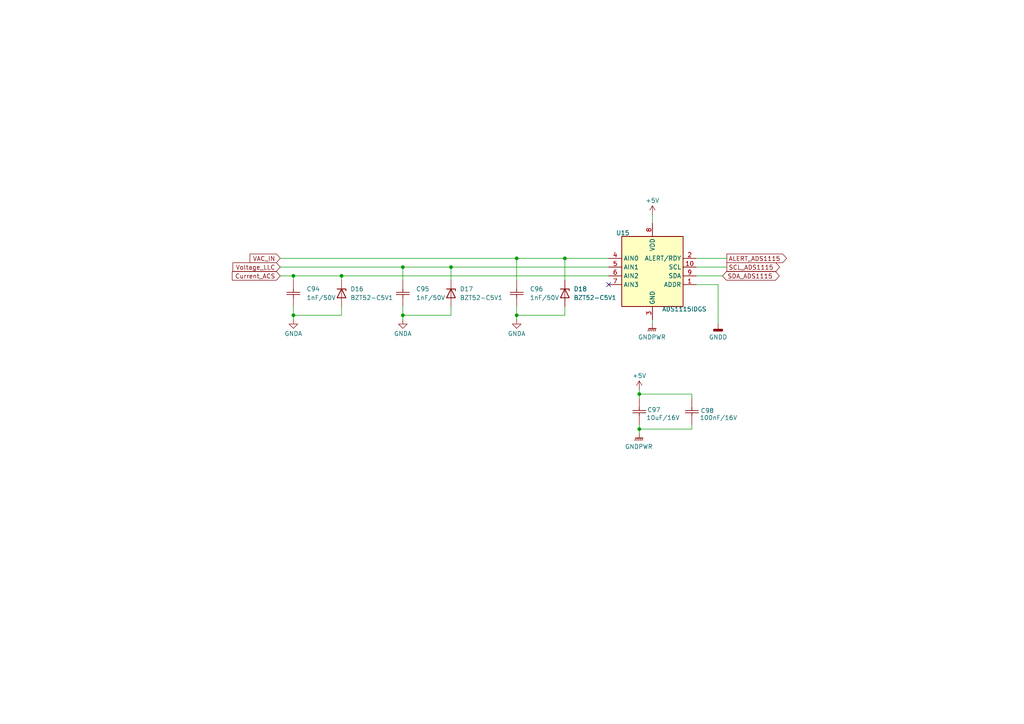
<source format=kicad_sch>
(kicad_sch
	(version 20250114)
	(generator "eeschema")
	(generator_version "9.0")
	(uuid "2d5e0a70-da25-4e77-b0d0-8468dbd10da9")
	(paper "A4")
	(title_block
		(title "ADC EXTERNAL")
		(date "2024-11-06")
		(rev "Ver 2.0")
		(company "Ho Chi Minh City University of Technology - HCMUT")
		(comment 1 "Design: QUOC THANG - DONG KHOA")
		(comment 2 "PROJECT 2: PFC & LLC - 350W")
	)
	(lib_symbols
		(symbol "Ceramic_Cap_SMD_100nF_16V_1"
			(pin_numbers
				(hide yes)
			)
			(pin_names
				(hide yes)
			)
			(exclude_from_sim no)
			(in_bom yes)
			(on_board yes)
			(property "Reference" "C"
				(at 1.016 2.794 0)
				(effects
					(font
						(size 1.27 1.27)
					)
				)
			)
			(property "Value" "100nF/16V"
				(at 0.254 5.334 0)
				(effects
					(font
						(size 1.27 1.27)
					)
				)
			)
			(property "Footprint" "charge_battery_footprint_lib:Ceramic_Cap_0603"
				(at -0.254 5.08 0)
				(effects
					(font
						(size 1.27 1.27)
					)
					(hide yes)
				)
			)
			(property "Datasheet" "https://www.mouser.vn/datasheet/2/40/KYOCERA_AutoMLCCKAM-3106308.pdf"
				(at 0.254 5.08 0)
				(effects
					(font
						(size 1.27 1.27)
					)
					(hide yes)
				)
			)
			(property "Description" "10%, 0603 (1608 Metric)"
				(at 1.016 5.588 0)
				(effects
					(font
						(size 1.27 1.27)
					)
					(hide yes)
				)
			)
			(property "Supply name" "Thegioiic"
				(at 1.27 5.08 0)
				(effects
					(font
						(size 1.27 1.27)
					)
					(hide yes)
				)
			)
			(property "Supply part number" "Tụ Gốm 0603 100nF (0.1uF) 16V"
				(at 1.27 5.588 0)
				(effects
					(font
						(size 1.27 1.27)
					)
					(hide yes)
				)
			)
			(property "Supply URL" "https://www.thegioiic.com/tu-gom-0603-100nf-0-1uf-16v"
				(at 0 5.08 0)
				(effects
					(font
						(size 1.27 1.27)
					)
					(hide yes)
				)
			)
			(symbol "Ceramic_Cap_SMD_100nF_16V_1_1_1"
				(polyline
					(pts
						(xy 1.27 0) (xy 2.2098 0)
					)
					(stroke
						(width 0.2032)
						(type default)
					)
					(fill
						(type none)
					)
				)
				(polyline
					(pts
						(xy 2.2098 -1.905) (xy 2.2098 1.905)
					)
					(stroke
						(width 0.2032)
						(type default)
					)
					(fill
						(type none)
					)
				)
				(polyline
					(pts
						(xy 2.8448 0) (xy 3.81 0)
					)
					(stroke
						(width 0.2032)
						(type default)
					)
					(fill
						(type none)
					)
				)
				(polyline
					(pts
						(xy 2.8448 -1.905) (xy 2.8448 1.905)
					)
					(stroke
						(width 0.2032)
						(type default)
					)
					(fill
						(type none)
					)
				)
				(pin unspecified line
					(at -1.27 0 0)
					(length 2.54)
					(name ""
						(effects
							(font
								(size 1.27 1.27)
							)
						)
					)
					(number "1"
						(effects
							(font
								(size 1.27 1.27)
							)
						)
					)
				)
				(pin unspecified line
					(at 6.35 0 180)
					(length 2.54)
					(name ""
						(effects
							(font
								(size 1.27 1.27)
							)
						)
					)
					(number "2"
						(effects
							(font
								(size 1.27 1.27)
							)
						)
					)
				)
			)
			(embedded_fonts no)
		)
		(symbol "charge_battery_sym_lib:ADS1115IDGS"
			(exclude_from_sim no)
			(in_bom yes)
			(on_board yes)
			(property "Reference" "U"
				(at 0.762 21.336 0)
				(effects
					(font
						(size 1.27 1.27)
					)
				)
			)
			(property "Value" "ADS1115IDGS"
				(at 17.018 -1.524 0)
				(effects
					(font
						(size 1.27 1.27)
					)
				)
			)
			(property "Footprint" "charge_battery_footprint_lib:VSSOP-10"
				(at -1.27 -22.86 0)
				(effects
					(font
						(size 1.27 1.27)
					)
					(hide yes)
				)
			)
			(property "Datasheet" "http://www.ti.com/lit/ds/symlink/ads1113.pdf"
				(at -1.27 -22.86 0)
				(effects
					(font
						(size 1.27 1.27)
					)
					(hide yes)
				)
			)
			(property "Description" "Ultra-Small, Low-Power, I2C-Compatible, 860-SPS, 16-Bit ADCs With Internal Reference, Oscillator, and Programmable Comparator, VSSOP-10"
				(at 0 -22.86 0)
				(effects
					(font
						(size 1.27 1.27)
					)
					(hide yes)
				)
			)
			(property "Supply name" "Thegioiic"
				(at 0 -22.86 0)
				(effects
					(font
						(size 1.27 1.27)
					)
					(hide yes)
				)
			)
			(property "Supply part number" "ADS1115IDGSR IC ADC 16-Bit Sigma-Delta 10-VSSOP"
				(at 0 -22.86 0)
				(effects
					(font
						(size 1.27 1.27)
					)
					(hide yes)
				)
			)
			(property "Supply URL" "https://www.thegioiic.com/ads1115idgsr-ic-adc-16-bit-sigma-delta-10-vssop"
				(at 0 -22.86 0)
				(effects
					(font
						(size 1.27 1.27)
					)
					(hide yes)
				)
			)
			(property "ki_keywords" "16 bit 4 channel I2C ADC"
				(at 0 0 0)
				(effects
					(font
						(size 1.27 1.27)
					)
					(hide yes)
				)
			)
			(property "ki_fp_filters" "TSSOP*3x3mm*P0.5mm*"
				(at 0 0 0)
				(effects
					(font
						(size 1.27 1.27)
					)
					(hide yes)
				)
			)
			(symbol "ADS1115IDGS_0_1"
				(rectangle
					(start 0 20.32)
					(end 17.78 0)
					(stroke
						(width 0.254)
						(type default)
					)
					(fill
						(type background)
					)
				)
			)
			(symbol "ADS1115IDGS_1_1"
				(pin input line
					(at -3.81 13.97 0)
					(length 3.81)
					(name "AIN0"
						(effects
							(font
								(size 1.27 1.27)
							)
						)
					)
					(number "4"
						(effects
							(font
								(size 1.27 1.27)
							)
						)
					)
				)
				(pin input line
					(at -3.81 11.43 0)
					(length 3.81)
					(name "AIN1"
						(effects
							(font
								(size 1.27 1.27)
							)
						)
					)
					(number "5"
						(effects
							(font
								(size 1.27 1.27)
							)
						)
					)
				)
				(pin input line
					(at -3.81 8.89 0)
					(length 3.81)
					(name "AIN2"
						(effects
							(font
								(size 1.27 1.27)
							)
						)
					)
					(number "6"
						(effects
							(font
								(size 1.27 1.27)
							)
						)
					)
				)
				(pin input line
					(at -3.81 6.35 0)
					(length 3.81)
					(name "AIN3"
						(effects
							(font
								(size 1.27 1.27)
							)
						)
					)
					(number "7"
						(effects
							(font
								(size 1.27 1.27)
							)
						)
					)
				)
				(pin power_in line
					(at 8.89 24.13 270)
					(length 3.81)
					(name "VDD"
						(effects
							(font
								(size 1.27 1.27)
							)
						)
					)
					(number "8"
						(effects
							(font
								(size 1.27 1.27)
							)
						)
					)
				)
				(pin power_in line
					(at 8.89 -3.81 90)
					(length 3.81)
					(name "GND"
						(effects
							(font
								(size 1.27 1.27)
							)
						)
					)
					(number "3"
						(effects
							(font
								(size 1.27 1.27)
							)
						)
					)
				)
				(pin output line
					(at 21.59 13.97 180)
					(length 3.81)
					(name "ALERT/RDY"
						(effects
							(font
								(size 1.27 1.27)
							)
						)
					)
					(number "2"
						(effects
							(font
								(size 1.27 1.27)
							)
						)
					)
				)
				(pin input line
					(at 21.59 11.43 180)
					(length 3.81)
					(name "SCL"
						(effects
							(font
								(size 1.27 1.27)
							)
						)
					)
					(number "10"
						(effects
							(font
								(size 1.27 1.27)
							)
						)
					)
				)
				(pin bidirectional line
					(at 21.59 8.89 180)
					(length 3.81)
					(name "SDA"
						(effects
							(font
								(size 1.27 1.27)
							)
						)
					)
					(number "9"
						(effects
							(font
								(size 1.27 1.27)
							)
						)
					)
				)
				(pin input line
					(at 21.59 6.35 180)
					(length 3.81)
					(name "ADDR"
						(effects
							(font
								(size 1.27 1.27)
							)
						)
					)
					(number "1"
						(effects
							(font
								(size 1.27 1.27)
							)
						)
					)
				)
			)
			(embedded_fonts no)
		)
		(symbol "charge_battery_sym_lib:BZT52-C5V1"
			(pin_numbers
				(hide yes)
			)
			(pin_names
				(hide yes)
			)
			(exclude_from_sim no)
			(in_bom yes)
			(on_board yes)
			(property "Reference" "D"
				(at 3.556 2.794 0)
				(effects
					(font
						(size 1.27 1.27)
					)
				)
			)
			(property "Value" "BZT52-C5V1"
				(at 3.81 -2.54 0)
				(effects
					(font
						(size 1.27 1.27)
					)
				)
			)
			(property "Footprint" "charge_battery_footprint_lib:Diode_Zener_BZT52H"
				(at -0.762 6.35 0)
				(effects
					(font
						(size 1.27 1.27)
					)
					(hide yes)
				)
			)
			(property "Datasheet" "https://www.thegioiic.com/upload/documents/bd01e81ba54c77ab315e0ded4820e422.pdf"
				(at 4.826 6.858 0)
				(effects
					(font
						(size 1.27 1.27)
					)
					(hide yes)
				)
			)
			(property "Description" "3.3V 375mW Zener Diode, SOD-123F"
				(at 0 7.112 0)
				(effects
					(font
						(size 1.27 1.27)
					)
					(hide yes)
				)
			)
			(property "Supply name" "Thegioiic"
				(at -5.08 6.604 0)
				(effects
					(font
						(size 1.27 1.27)
					)
					(hide yes)
				)
			)
			(property "Supply part number" "DIODE ZENER 5.1V 500mW SOD123"
				(at -0.508 6.858 0)
				(effects
					(font
						(size 1.27 1.27)
					)
					(hide yes)
				)
			)
			(property "Supply URL" "https://www.thegioiic.com/bzt52c5v1-diode-zener-5-1v-500mw"
				(at 1.27 6.604 0)
				(effects
					(font
						(size 1.27 1.27)
					)
					(hide yes)
				)
			)
			(property "ki_keywords" "BZT52-C5V1"
				(at 0 0 0)
				(effects
					(font
						(size 1.27 1.27)
					)
					(hide yes)
				)
			)
			(property "ki_fp_filters" "D?SOD?123F*"
				(at 0 0 0)
				(effects
					(font
						(size 1.27 1.27)
					)
					(hide yes)
				)
			)
			(symbol "BZT52-C5V1_0_1"
				(polyline
					(pts
						(xy 2.54 1.27) (xy 2.54 -1.27) (xy 5.08 0) (xy 2.54 1.27)
					)
					(stroke
						(width 0.254)
						(type default)
					)
					(fill
						(type none)
					)
				)
				(polyline
					(pts
						(xy 2.54 0) (xy 5.08 0)
					)
					(stroke
						(width 0)
						(type default)
					)
					(fill
						(type none)
					)
				)
				(polyline
					(pts
						(xy 5.08 1.27) (xy 5.08 -1.27) (xy 4.572 -1.27)
					)
					(stroke
						(width 0.254)
						(type default)
					)
					(fill
						(type none)
					)
				)
			)
			(symbol "BZT52-C5V1_1_1"
				(pin passive line
					(at 0 0 0)
					(length 2.54)
					(name "A"
						(effects
							(font
								(size 1.27 1.27)
							)
						)
					)
					(number "2"
						(effects
							(font
								(size 1.27 1.27)
							)
						)
					)
				)
				(pin passive line
					(at 7.62 0 180)
					(length 2.54)
					(name "K"
						(effects
							(font
								(size 1.27 1.27)
							)
						)
					)
					(number "1"
						(effects
							(font
								(size 1.27 1.27)
							)
						)
					)
				)
			)
			(embedded_fonts no)
		)
		(symbol "charge_battery_sym_lib:Ceramic_Cap_SMD_10uF_16V"
			(pin_numbers
				(hide yes)
			)
			(pin_names
				(hide yes)
			)
			(exclude_from_sim no)
			(in_bom yes)
			(on_board yes)
			(property "Reference" "C"
				(at 2.286 2.794 0)
				(effects
					(font
						(size 1.27 1.27)
					)
				)
			)
			(property "Value" "10uF/16V"
				(at 0.254 5.334 0)
				(effects
					(font
						(size 1.27 1.27)
					)
				)
			)
			(property "Footprint" "charge_battery_footprint_lib:Ceramic_Cap_0603"
				(at -0.254 5.08 0)
				(effects
					(font
						(size 1.27 1.27)
					)
					(hide yes)
				)
			)
			(property "Datasheet" "https://www.mouser.vn/datasheet/2/40/KYOCERA_AutoMLCCKAM-3106308.pdf"
				(at 0.254 5.08 0)
				(effects
					(font
						(size 1.27 1.27)
					)
					(hide yes)
				)
			)
			(property "Description" "10%, 0603 (1608 Metric)"
				(at 1.016 5.588 0)
				(effects
					(font
						(size 1.27 1.27)
					)
					(hide yes)
				)
			)
			(property "Supply name" "Thegioiic"
				(at 1.27 5.08 0)
				(effects
					(font
						(size 1.27 1.27)
					)
					(hide yes)
				)
			)
			(property "Supply part number" "Tụ Gốm 0603 10uF 16V"
				(at 1.27 5.588 0)
				(effects
					(font
						(size 1.27 1.27)
					)
					(hide yes)
				)
			)
			(property "Supply URL" "https://www.thegioiic.com/tu-gom-0603-10uf-16v"
				(at 0 5.08 0)
				(effects
					(font
						(size 1.27 1.27)
					)
					(hide yes)
				)
			)
			(property "ki_keywords" "Ceramic_Cap_SMD_10uF_16V"
				(at 0 0 0)
				(effects
					(font
						(size 1.27 1.27)
					)
					(hide yes)
				)
			)
			(symbol "Ceramic_Cap_SMD_10uF_16V_1_1"
				(polyline
					(pts
						(xy 2.54 0) (xy 3.4798 0)
					)
					(stroke
						(width 0.2032)
						(type default)
					)
					(fill
						(type none)
					)
				)
				(polyline
					(pts
						(xy 3.4798 -1.905) (xy 3.4798 1.905)
					)
					(stroke
						(width 0.2032)
						(type default)
					)
					(fill
						(type none)
					)
				)
				(polyline
					(pts
						(xy 4.1148 0) (xy 5.08 0)
					)
					(stroke
						(width 0.2032)
						(type default)
					)
					(fill
						(type none)
					)
				)
				(polyline
					(pts
						(xy 4.1148 -1.905) (xy 4.1148 1.905)
					)
					(stroke
						(width 0.2032)
						(type default)
					)
					(fill
						(type none)
					)
				)
				(pin unspecified line
					(at 0 0 0)
					(length 2.54)
					(name ""
						(effects
							(font
								(size 1.27 1.27)
							)
						)
					)
					(number "1"
						(effects
							(font
								(size 1.27 1.27)
							)
						)
					)
				)
				(pin unspecified line
					(at 7.62 0 180)
					(length 2.54)
					(name ""
						(effects
							(font
								(size 1.27 1.27)
							)
						)
					)
					(number "2"
						(effects
							(font
								(size 1.27 1.27)
							)
						)
					)
				)
			)
			(embedded_fonts no)
		)
		(symbol "charge_battery_sym_lib:Ceramic_Cap_SMD_1nF_50V"
			(pin_numbers
				(hide yes)
			)
			(pin_names
				(hide yes)
			)
			(exclude_from_sim no)
			(in_bom yes)
			(on_board yes)
			(property "Reference" "C"
				(at 1.016 2.794 0)
				(effects
					(font
						(size 1.27 1.27)
					)
				)
			)
			(property "Value" "1nF/50V"
				(at 0.254 5.334 0)
				(effects
					(font
						(size 1.27 1.27)
					)
				)
			)
			(property "Footprint" "charge_battery_footprint_lib:Ceramic_Cap_0603"
				(at -0.254 5.08 0)
				(effects
					(font
						(size 1.27 1.27)
					)
					(hide yes)
				)
			)
			(property "Datasheet" "https://www.mouser.vn/datasheet/2/40/KYOCERA_AutoMLCCKAM-3106308.pdf"
				(at 0.254 5.08 0)
				(effects
					(font
						(size 1.27 1.27)
					)
					(hide yes)
				)
			)
			(property "Description" "10%, 0603 (1608 Metric)"
				(at 1.016 5.588 0)
				(effects
					(font
						(size 1.27 1.27)
					)
					(hide yes)
				)
			)
			(property "Supply name" "Thegioiic"
				(at 1.27 5.08 0)
				(effects
					(font
						(size 1.27 1.27)
					)
					(hide yes)
				)
			)
			(property "Supply part number" "Tụ Gốm 0603 1nF 50V"
				(at 1.27 5.588 0)
				(effects
					(font
						(size 1.27 1.27)
					)
					(hide yes)
				)
			)
			(property "Supply URL" "https://www.thegioiic.com/tu-gom-0603-1nf-50v"
				(at 0 5.08 0)
				(effects
					(font
						(size 1.27 1.27)
					)
					(hide yes)
				)
			)
			(symbol "Ceramic_Cap_SMD_1nF_50V_1_1"
				(polyline
					(pts
						(xy 1.27 0) (xy 2.2098 0)
					)
					(stroke
						(width 0.2032)
						(type default)
					)
					(fill
						(type none)
					)
				)
				(polyline
					(pts
						(xy 2.2098 -1.905) (xy 2.2098 1.905)
					)
					(stroke
						(width 0.2032)
						(type default)
					)
					(fill
						(type none)
					)
				)
				(polyline
					(pts
						(xy 2.8448 0) (xy 3.81 0)
					)
					(stroke
						(width 0.2032)
						(type default)
					)
					(fill
						(type none)
					)
				)
				(polyline
					(pts
						(xy 2.8448 -1.905) (xy 2.8448 1.905)
					)
					(stroke
						(width 0.2032)
						(type default)
					)
					(fill
						(type none)
					)
				)
				(pin unspecified line
					(at -1.27 0 0)
					(length 2.54)
					(name ""
						(effects
							(font
								(size 1.27 1.27)
							)
						)
					)
					(number "1"
						(effects
							(font
								(size 1.27 1.27)
							)
						)
					)
				)
				(pin unspecified line
					(at 6.35 0 180)
					(length 2.54)
					(name ""
						(effects
							(font
								(size 1.27 1.27)
							)
						)
					)
					(number "2"
						(effects
							(font
								(size 1.27 1.27)
							)
						)
					)
				)
			)
			(embedded_fonts no)
		)
		(symbol "power:+5V"
			(power)
			(pin_numbers
				(hide yes)
			)
			(pin_names
				(offset 0)
				(hide yes)
			)
			(exclude_from_sim no)
			(in_bom yes)
			(on_board yes)
			(property "Reference" "#PWR"
				(at 0 -3.81 0)
				(effects
					(font
						(size 1.27 1.27)
					)
					(hide yes)
				)
			)
			(property "Value" "+5V"
				(at 0 3.556 0)
				(effects
					(font
						(size 1.27 1.27)
					)
				)
			)
			(property "Footprint" ""
				(at 0 0 0)
				(effects
					(font
						(size 1.27 1.27)
					)
					(hide yes)
				)
			)
			(property "Datasheet" ""
				(at 0 0 0)
				(effects
					(font
						(size 1.27 1.27)
					)
					(hide yes)
				)
			)
			(property "Description" "Power symbol creates a global label with name \"+5V\""
				(at 0 0 0)
				(effects
					(font
						(size 1.27 1.27)
					)
					(hide yes)
				)
			)
			(property "ki_keywords" "global power"
				(at 0 0 0)
				(effects
					(font
						(size 1.27 1.27)
					)
					(hide yes)
				)
			)
			(symbol "+5V_0_1"
				(polyline
					(pts
						(xy -0.762 1.27) (xy 0 2.54)
					)
					(stroke
						(width 0)
						(type default)
					)
					(fill
						(type none)
					)
				)
				(polyline
					(pts
						(xy 0 2.54) (xy 0.762 1.27)
					)
					(stroke
						(width 0)
						(type default)
					)
					(fill
						(type none)
					)
				)
				(polyline
					(pts
						(xy 0 0) (xy 0 2.54)
					)
					(stroke
						(width 0)
						(type default)
					)
					(fill
						(type none)
					)
				)
			)
			(symbol "+5V_1_1"
				(pin power_in line
					(at 0 0 90)
					(length 0)
					(name "~"
						(effects
							(font
								(size 1.27 1.27)
							)
						)
					)
					(number "1"
						(effects
							(font
								(size 1.27 1.27)
							)
						)
					)
				)
			)
			(embedded_fonts no)
		)
		(symbol "power:GNDA"
			(power)
			(pin_numbers
				(hide yes)
			)
			(pin_names
				(offset 0)
				(hide yes)
			)
			(exclude_from_sim no)
			(in_bom yes)
			(on_board yes)
			(property "Reference" "#PWR"
				(at 0 -6.35 0)
				(effects
					(font
						(size 1.27 1.27)
					)
					(hide yes)
				)
			)
			(property "Value" "GNDA"
				(at 0 -3.81 0)
				(effects
					(font
						(size 1.27 1.27)
					)
				)
			)
			(property "Footprint" ""
				(at 0 0 0)
				(effects
					(font
						(size 1.27 1.27)
					)
					(hide yes)
				)
			)
			(property "Datasheet" ""
				(at 0 0 0)
				(effects
					(font
						(size 1.27 1.27)
					)
					(hide yes)
				)
			)
			(property "Description" "Power symbol creates a global label with name \"GNDA\" , analog ground"
				(at 0 0 0)
				(effects
					(font
						(size 1.27 1.27)
					)
					(hide yes)
				)
			)
			(property "ki_keywords" "global power"
				(at 0 0 0)
				(effects
					(font
						(size 1.27 1.27)
					)
					(hide yes)
				)
			)
			(symbol "GNDA_0_1"
				(polyline
					(pts
						(xy 0 0) (xy 0 -1.27) (xy 1.27 -1.27) (xy 0 -2.54) (xy -1.27 -1.27) (xy 0 -1.27)
					)
					(stroke
						(width 0)
						(type default)
					)
					(fill
						(type none)
					)
				)
			)
			(symbol "GNDA_1_1"
				(pin power_in line
					(at 0 0 270)
					(length 0)
					(name "~"
						(effects
							(font
								(size 1.27 1.27)
							)
						)
					)
					(number "1"
						(effects
							(font
								(size 1.27 1.27)
							)
						)
					)
				)
			)
			(embedded_fonts no)
		)
		(symbol "power:GNDD"
			(power)
			(pin_numbers
				(hide yes)
			)
			(pin_names
				(offset 0)
				(hide yes)
			)
			(exclude_from_sim no)
			(in_bom yes)
			(on_board yes)
			(property "Reference" "#PWR"
				(at 0 -6.35 0)
				(effects
					(font
						(size 1.27 1.27)
					)
					(hide yes)
				)
			)
			(property "Value" "GNDD"
				(at 0 -3.175 0)
				(effects
					(font
						(size 1.27 1.27)
					)
				)
			)
			(property "Footprint" ""
				(at 0 0 0)
				(effects
					(font
						(size 1.27 1.27)
					)
					(hide yes)
				)
			)
			(property "Datasheet" ""
				(at 0 0 0)
				(effects
					(font
						(size 1.27 1.27)
					)
					(hide yes)
				)
			)
			(property "Description" "Power symbol creates a global label with name \"GNDD\" , digital ground"
				(at 0 0 0)
				(effects
					(font
						(size 1.27 1.27)
					)
					(hide yes)
				)
			)
			(property "ki_keywords" "global power"
				(at 0 0 0)
				(effects
					(font
						(size 1.27 1.27)
					)
					(hide yes)
				)
			)
			(symbol "GNDD_0_1"
				(rectangle
					(start -1.27 -1.524)
					(end 1.27 -2.032)
					(stroke
						(width 0.254)
						(type default)
					)
					(fill
						(type outline)
					)
				)
				(polyline
					(pts
						(xy 0 0) (xy 0 -1.524)
					)
					(stroke
						(width 0)
						(type default)
					)
					(fill
						(type none)
					)
				)
			)
			(symbol "GNDD_1_1"
				(pin power_in line
					(at 0 0 270)
					(length 0)
					(name "~"
						(effects
							(font
								(size 1.27 1.27)
							)
						)
					)
					(number "1"
						(effects
							(font
								(size 1.27 1.27)
							)
						)
					)
				)
			)
			(embedded_fonts no)
		)
		(symbol "power:GNDPWR"
			(power)
			(pin_numbers
				(hide yes)
			)
			(pin_names
				(offset 0)
				(hide yes)
			)
			(exclude_from_sim no)
			(in_bom yes)
			(on_board yes)
			(property "Reference" "#PWR"
				(at 0 -5.08 0)
				(effects
					(font
						(size 1.27 1.27)
					)
					(hide yes)
				)
			)
			(property "Value" "GNDPWR"
				(at 0 -3.302 0)
				(effects
					(font
						(size 1.27 1.27)
					)
				)
			)
			(property "Footprint" ""
				(at 0 -1.27 0)
				(effects
					(font
						(size 1.27 1.27)
					)
					(hide yes)
				)
			)
			(property "Datasheet" ""
				(at 0 -1.27 0)
				(effects
					(font
						(size 1.27 1.27)
					)
					(hide yes)
				)
			)
			(property "Description" "Power symbol creates a global label with name \"GNDPWR\" , global ground"
				(at 0 0 0)
				(effects
					(font
						(size 1.27 1.27)
					)
					(hide yes)
				)
			)
			(property "ki_keywords" "global ground"
				(at 0 0 0)
				(effects
					(font
						(size 1.27 1.27)
					)
					(hide yes)
				)
			)
			(symbol "GNDPWR_0_1"
				(polyline
					(pts
						(xy -1.016 -1.27) (xy -1.27 -2.032) (xy -1.27 -2.032)
					)
					(stroke
						(width 0.2032)
						(type default)
					)
					(fill
						(type none)
					)
				)
				(polyline
					(pts
						(xy -0.508 -1.27) (xy -0.762 -2.032) (xy -0.762 -2.032)
					)
					(stroke
						(width 0.2032)
						(type default)
					)
					(fill
						(type none)
					)
				)
				(polyline
					(pts
						(xy 0 -1.27) (xy 0 0)
					)
					(stroke
						(width 0)
						(type default)
					)
					(fill
						(type none)
					)
				)
				(polyline
					(pts
						(xy 0 -1.27) (xy -0.254 -2.032) (xy -0.254 -2.032)
					)
					(stroke
						(width 0.2032)
						(type default)
					)
					(fill
						(type none)
					)
				)
				(polyline
					(pts
						(xy 0.508 -1.27) (xy 0.254 -2.032) (xy 0.254 -2.032)
					)
					(stroke
						(width 0.2032)
						(type default)
					)
					(fill
						(type none)
					)
				)
				(polyline
					(pts
						(xy 1.016 -1.27) (xy -1.016 -1.27) (xy -1.016 -1.27)
					)
					(stroke
						(width 0.2032)
						(type default)
					)
					(fill
						(type none)
					)
				)
				(polyline
					(pts
						(xy 1.016 -1.27) (xy 0.762 -2.032) (xy 0.762 -2.032) (xy 0.762 -2.032)
					)
					(stroke
						(width 0.2032)
						(type default)
					)
					(fill
						(type none)
					)
				)
			)
			(symbol "GNDPWR_1_1"
				(pin power_in line
					(at 0 0 270)
					(length 0)
					(name "~"
						(effects
							(font
								(size 1.27 1.27)
							)
						)
					)
					(number "1"
						(effects
							(font
								(size 1.27 1.27)
							)
						)
					)
				)
			)
			(embedded_fonts no)
		)
	)
	(junction
		(at 185.42 124.46)
		(diameter 0)
		(color 0 0 0 0)
		(uuid "0da98c12-e289-47df-86c5-fe1c52804917")
	)
	(junction
		(at 163.83 74.93)
		(diameter 0)
		(color 0 0 0 0)
		(uuid "1480f406-1bd6-4641-9f4b-b7b7c5468e3b")
	)
	(junction
		(at 85.09 91.44)
		(diameter 0)
		(color 0 0 0 0)
		(uuid "4ebe1f59-f5b6-4221-a611-37367435305d")
	)
	(junction
		(at 116.84 77.47)
		(diameter 0)
		(color 0 0 0 0)
		(uuid "92204388-abc1-4b6a-a764-f32997c76c85")
	)
	(junction
		(at 149.86 91.44)
		(diameter 0)
		(color 0 0 0 0)
		(uuid "9c9c5f4e-3063-4b77-b131-afdcf640b449")
	)
	(junction
		(at 99.06 80.01)
		(diameter 0)
		(color 0 0 0 0)
		(uuid "b7b4533b-240d-499e-b218-3edbc5ba0d86")
	)
	(junction
		(at 85.09 80.01)
		(diameter 0)
		(color 0 0 0 0)
		(uuid "c3dccb98-97e3-4eb6-bdf8-d4805672772f")
	)
	(junction
		(at 116.84 91.44)
		(diameter 0)
		(color 0 0 0 0)
		(uuid "c52175a9-8dd4-4619-b3b1-c1f349926785")
	)
	(junction
		(at 149.86 74.93)
		(diameter 0)
		(color 0 0 0 0)
		(uuid "d1b08cb3-63e8-4c44-9e06-0a79cf7436d4")
	)
	(junction
		(at 185.42 114.3)
		(diameter 0)
		(color 0 0 0 0)
		(uuid "d577e140-6e51-424d-bb52-d52f65a58281")
	)
	(junction
		(at 130.81 77.47)
		(diameter 0)
		(color 0 0 0 0)
		(uuid "d90f70d7-1d95-4f40-99b0-54793a7eab64")
	)
	(no_connect
		(at 176.53 82.55)
		(uuid "06d567e3-399c-4711-9168-22d06f64bdbc")
	)
	(wire
		(pts
			(xy 116.84 88.9) (xy 116.84 91.44)
		)
		(stroke
			(width 0)
			(type default)
		)
		(uuid "05cad305-1b7a-4bec-9dfc-1e9ad8490baf")
	)
	(wire
		(pts
			(xy 163.83 91.44) (xy 149.86 91.44)
		)
		(stroke
			(width 0)
			(type default)
		)
		(uuid "08831ee6-8192-4e95-ae61-a566ce58df62")
	)
	(wire
		(pts
			(xy 201.93 82.55) (xy 208.28 82.55)
		)
		(stroke
			(width 0)
			(type default)
		)
		(uuid "10595c14-a715-4cc7-a512-afc2d1598fdc")
	)
	(wire
		(pts
			(xy 163.83 74.93) (xy 163.83 81.28)
		)
		(stroke
			(width 0)
			(type default)
		)
		(uuid "10b07f7d-c628-4ed7-a90c-bc18ccbad2f6")
	)
	(wire
		(pts
			(xy 149.86 74.93) (xy 163.83 74.93)
		)
		(stroke
			(width 0)
			(type default)
		)
		(uuid "10dac5ae-9feb-41a8-9edd-da0fa9592ba4")
	)
	(wire
		(pts
			(xy 185.42 114.3) (xy 185.42 115.57)
		)
		(stroke
			(width 0)
			(type default)
		)
		(uuid "14366794-9f13-4ea1-83a3-deda22d0617b")
	)
	(wire
		(pts
			(xy 85.09 91.44) (xy 99.06 91.44)
		)
		(stroke
			(width 0)
			(type default)
		)
		(uuid "191cde22-ae03-4c8d-b3c1-534ab50a20ce")
	)
	(wire
		(pts
			(xy 81.28 77.47) (xy 116.84 77.47)
		)
		(stroke
			(width 0)
			(type default)
		)
		(uuid "20a9d93f-88a5-4456-ba65-b81f947550de")
	)
	(wire
		(pts
			(xy 209.55 80.01) (xy 201.93 80.01)
		)
		(stroke
			(width 0)
			(type default)
		)
		(uuid "2630df20-e665-41f0-91fd-fa6923977c72")
	)
	(wire
		(pts
			(xy 200.66 114.3) (xy 185.42 114.3)
		)
		(stroke
			(width 0)
			(type default)
		)
		(uuid "345d5104-0774-4663-916d-9b1841c5bebd")
	)
	(wire
		(pts
			(xy 130.81 81.28) (xy 130.81 77.47)
		)
		(stroke
			(width 0)
			(type default)
		)
		(uuid "41ae7d56-0ec7-4336-8594-ad076c3ebcb6")
	)
	(wire
		(pts
			(xy 149.86 88.9) (xy 149.86 91.44)
		)
		(stroke
			(width 0)
			(type default)
		)
		(uuid "4b340fb9-3744-411e-8116-a928b07be296")
	)
	(wire
		(pts
			(xy 130.81 88.9) (xy 130.81 91.44)
		)
		(stroke
			(width 0)
			(type default)
		)
		(uuid "4df1d586-2dc2-4a1d-b861-311d6afdde1d")
	)
	(wire
		(pts
			(xy 99.06 80.01) (xy 99.06 81.28)
		)
		(stroke
			(width 0)
			(type default)
		)
		(uuid "4e8e930f-d811-45fc-81eb-df9a65bfa2c6")
	)
	(wire
		(pts
			(xy 116.84 77.47) (xy 116.84 81.28)
		)
		(stroke
			(width 0)
			(type default)
		)
		(uuid "4fed4316-df08-4eaa-a395-dd91d653af51")
	)
	(wire
		(pts
			(xy 130.81 77.47) (xy 176.53 77.47)
		)
		(stroke
			(width 0)
			(type default)
		)
		(uuid "543d6b00-46b2-40d8-95aa-6daa2995bc46")
	)
	(wire
		(pts
			(xy 210.82 77.47) (xy 201.93 77.47)
		)
		(stroke
			(width 0)
			(type default)
		)
		(uuid "633e1915-c35a-48dd-89e1-44531e8cd653")
	)
	(wire
		(pts
			(xy 116.84 77.47) (xy 130.81 77.47)
		)
		(stroke
			(width 0)
			(type default)
		)
		(uuid "65a0f331-e8eb-4753-8b92-a34938c833a6")
	)
	(wire
		(pts
			(xy 210.82 74.93) (xy 201.93 74.93)
		)
		(stroke
			(width 0)
			(type default)
		)
		(uuid "699a3d84-dc97-48ae-aae5-5c82dcc1fc64")
	)
	(wire
		(pts
			(xy 99.06 88.9) (xy 99.06 91.44)
		)
		(stroke
			(width 0)
			(type default)
		)
		(uuid "6d8ac36a-f887-4d3e-bb9d-52dc3fab5d9d")
	)
	(wire
		(pts
			(xy 189.23 62.23) (xy 189.23 64.77)
		)
		(stroke
			(width 0)
			(type default)
		)
		(uuid "78818305-65f9-46fb-826c-9b737e0134b1")
	)
	(wire
		(pts
			(xy 208.28 82.55) (xy 208.28 93.98)
		)
		(stroke
			(width 0)
			(type default)
		)
		(uuid "83f67c50-c6c3-4db8-a275-19ab56841935")
	)
	(wire
		(pts
			(xy 163.83 74.93) (xy 176.53 74.93)
		)
		(stroke
			(width 0)
			(type default)
		)
		(uuid "85fb6155-ce94-4546-8450-93f1410f96f2")
	)
	(wire
		(pts
			(xy 85.09 91.44) (xy 85.09 92.71)
		)
		(stroke
			(width 0)
			(type default)
		)
		(uuid "86ef187f-def1-4e0f-9d98-fd1fea35a7bc")
	)
	(wire
		(pts
			(xy 85.09 80.01) (xy 99.06 80.01)
		)
		(stroke
			(width 0)
			(type default)
		)
		(uuid "89aa7e95-358c-4b6e-bdc6-b2133bcb10a8")
	)
	(wire
		(pts
			(xy 99.06 80.01) (xy 176.53 80.01)
		)
		(stroke
			(width 0)
			(type default)
		)
		(uuid "97ed6db9-74ba-4e48-9cf5-18b72702db1f")
	)
	(wire
		(pts
			(xy 116.84 91.44) (xy 130.81 91.44)
		)
		(stroke
			(width 0)
			(type default)
		)
		(uuid "b0b62d03-5ed8-4a3d-b5c8-4cba9b531359")
	)
	(wire
		(pts
			(xy 200.66 123.19) (xy 200.66 124.46)
		)
		(stroke
			(width 0)
			(type default)
		)
		(uuid "c1055ae8-0efd-4679-92e1-03cc50dc5935")
	)
	(wire
		(pts
			(xy 185.42 125.73) (xy 185.42 124.46)
		)
		(stroke
			(width 0)
			(type default)
		)
		(uuid "c5f69839-0f88-4c63-8d42-a7d50763a9e5")
	)
	(wire
		(pts
			(xy 149.86 91.44) (xy 149.86 92.71)
		)
		(stroke
			(width 0)
			(type default)
		)
		(uuid "c60caf9e-8bfe-48bf-85a4-10859b789544")
	)
	(wire
		(pts
			(xy 185.42 124.46) (xy 185.42 123.19)
		)
		(stroke
			(width 0)
			(type default)
		)
		(uuid "c9611b8f-638c-4a36-9edc-84ecd1fed771")
	)
	(wire
		(pts
			(xy 81.28 74.93) (xy 149.86 74.93)
		)
		(stroke
			(width 0)
			(type default)
		)
		(uuid "ccd7251d-cf3a-404e-be4e-9ed3bf92bed5")
	)
	(wire
		(pts
			(xy 200.66 114.3) (xy 200.66 115.57)
		)
		(stroke
			(width 0)
			(type default)
		)
		(uuid "cd4ecc66-9455-4cb4-a966-a765dc9a5818")
	)
	(wire
		(pts
			(xy 85.09 88.9) (xy 85.09 91.44)
		)
		(stroke
			(width 0)
			(type default)
		)
		(uuid "cdd2d282-7bce-45fe-b416-d0fa0167da0b")
	)
	(wire
		(pts
			(xy 163.83 88.9) (xy 163.83 91.44)
		)
		(stroke
			(width 0)
			(type default)
		)
		(uuid "cfaff301-5d6d-4f2b-9b0c-06933a4ddbb0")
	)
	(wire
		(pts
			(xy 189.23 93.98) (xy 189.23 92.71)
		)
		(stroke
			(width 0)
			(type default)
		)
		(uuid "d584f46d-b77b-42ab-afc7-6915021e350e")
	)
	(wire
		(pts
			(xy 185.42 113.03) (xy 185.42 114.3)
		)
		(stroke
			(width 0)
			(type default)
		)
		(uuid "daa7861e-2b01-459f-924f-f9a66fa209c7")
	)
	(wire
		(pts
			(xy 85.09 80.01) (xy 85.09 81.28)
		)
		(stroke
			(width 0)
			(type default)
		)
		(uuid "daadffdf-c8a2-4dff-a73b-336a34d438ab")
	)
	(wire
		(pts
			(xy 200.66 124.46) (xy 185.42 124.46)
		)
		(stroke
			(width 0)
			(type default)
		)
		(uuid "e161d7de-3b27-4666-845a-c0c0d886fb4a")
	)
	(wire
		(pts
			(xy 116.84 91.44) (xy 116.84 92.71)
		)
		(stroke
			(width 0)
			(type default)
		)
		(uuid "e1639137-5023-4f32-a089-6954355663b1")
	)
	(wire
		(pts
			(xy 81.28 80.01) (xy 85.09 80.01)
		)
		(stroke
			(width 0)
			(type default)
		)
		(uuid "ea44b15e-674b-4544-964f-42bc4ff54129")
	)
	(wire
		(pts
			(xy 149.86 74.93) (xy 149.86 81.28)
		)
		(stroke
			(width 0)
			(type default)
		)
		(uuid "fd827855-24b3-4919-a2c5-72b5ac2f3973")
	)
	(global_label "ALERT_ADS1115"
		(shape output)
		(at 210.82 74.93 0)
		(fields_autoplaced yes)
		(effects
			(font
				(size 1.27 1.27)
			)
			(justify left)
		)
		(uuid "206182ed-b440-4a83-b3ba-390deb7f342e")
		(property "Intersheetrefs" "${INTERSHEET_REFS}"
			(at 228.6822 74.93 0)
			(effects
				(font
					(size 1.27 1.27)
				)
				(justify left)
				(hide yes)
			)
		)
	)
	(global_label "Current_ACS"
		(shape input)
		(at 81.28 80.01 180)
		(fields_autoplaced yes)
		(effects
			(font
				(size 1.27 1.27)
			)
			(justify right)
		)
		(uuid "2d0c37c0-5798-40b7-b907-cf8b70b8a3d0")
		(property "Intersheetrefs" "${INTERSHEET_REFS}"
			(at 66.8044 80.01 0)
			(effects
				(font
					(size 1.27 1.27)
				)
				(justify right)
				(hide yes)
			)
		)
	)
	(global_label "Voltage_LLC"
		(shape input)
		(at 81.28 77.47 180)
		(fields_autoplaced yes)
		(effects
			(font
				(size 1.27 1.27)
			)
			(justify right)
		)
		(uuid "58b0f532-14de-4f96-926f-17611501986c")
		(property "Intersheetrefs" "${INTERSHEET_REFS}"
			(at 66.9859 77.47 0)
			(effects
				(font
					(size 1.27 1.27)
				)
				(justify right)
				(hide yes)
			)
		)
	)
	(global_label "SDA_ADS1115"
		(shape bidirectional)
		(at 209.55 80.01 0)
		(fields_autoplaced yes)
		(effects
			(font
				(size 1.27 1.27)
			)
			(justify left)
		)
		(uuid "7113ef2a-3ab9-410f-8ec1-22e965fe79f6")
		(property "Intersheetrefs" "${INTERSHEET_REFS}"
			(at 226.5883 80.01 0)
			(effects
				(font
					(size 1.27 1.27)
				)
				(justify left)
				(hide yes)
			)
		)
	)
	(global_label "VAC_IN"
		(shape input)
		(at 81.28 74.93 180)
		(fields_autoplaced yes)
		(effects
			(font
				(size 1.27 1.27)
			)
			(justify right)
		)
		(uuid "98a62eba-8d4d-4f57-8087-e8109d9dbf4f")
		(property "Intersheetrefs" "${INTERSHEET_REFS}"
			(at 71.9447 74.93 0)
			(effects
				(font
					(size 1.27 1.27)
				)
				(justify right)
				(hide yes)
			)
		)
	)
	(global_label "SCL_ADS1115"
		(shape output)
		(at 210.82 77.47 0)
		(fields_autoplaced yes)
		(effects
			(font
				(size 1.27 1.27)
			)
			(justify left)
		)
		(uuid "a99d6b7f-dcb5-430e-aa35-d138e3d97f56")
		(property "Intersheetrefs" "${INTERSHEET_REFS}"
			(at 226.6865 77.47 0)
			(effects
				(font
					(size 1.27 1.27)
				)
				(justify left)
				(hide yes)
			)
		)
	)
	(symbol
		(lib_id "charge_battery_sym_lib:Ceramic_Cap_SMD_1nF_50V")
		(at 116.84 87.63 90)
		(unit 1)
		(exclude_from_sim no)
		(in_bom yes)
		(on_board yes)
		(dnp no)
		(fields_autoplaced yes)
		(uuid "013635ba-2fc7-4aaf-ba5e-38e806b57350")
		(property "Reference" "C95"
			(at 120.65 83.8199 90)
			(effects
				(font
					(size 1.27 1.27)
				)
				(justify right)
			)
		)
		(property "Value" "1nF/50V"
			(at 120.65 86.3599 90)
			(effects
				(font
					(size 1.27 1.27)
				)
				(justify right)
			)
		)
		(property "Footprint" "charge_battery_footprint_lib:Ceramic_Cap_0603"
			(at 111.76 87.884 0)
			(effects
				(font
					(size 1.27 1.27)
				)
				(hide yes)
			)
		)
		(property "Datasheet" "https://www.mouser.vn/datasheet/2/40/KYOCERA_AutoMLCCKAM-3106308.pdf"
			(at 111.76 87.376 0)
			(effects
				(font
					(size 1.27 1.27)
				)
				(hide yes)
			)
		)
		(property "Description" "10%, 0603 (1608 Metric)"
			(at 111.252 86.614 0)
			(effects
				(font
					(size 1.27 1.27)
				)
				(hide yes)
			)
		)
		(property "Supply name" "Thegioiic"
			(at 111.76 86.36 0)
			(effects
				(font
					(size 1.27 1.27)
				)
				(hide yes)
			)
		)
		(property "Supply part number" "Tụ Gốm 0603 1nF 50V"
			(at 111.252 86.36 0)
			(effects
				(font
					(size 1.27 1.27)
				)
				(hide yes)
			)
		)
		(property "Supply URL" "https://www.thegioiic.com/tu-gom-0603-1nf-50v"
			(at 111.76 87.63 0)
			(effects
				(font
					(size 1.27 1.27)
				)
				(hide yes)
			)
		)
		(pin "2"
			(uuid "cbb4605b-b709-4ff1-a427-5e59ae429e0b")
		)
		(pin "1"
			(uuid "a35a2df5-cba2-4a01-b2bc-d5479985992c")
		)
		(instances
			(project "PFC & LLC"
				(path "/97d1a1fe-d5a5-4da8-b78a-88a9132d14ad/e834f355-1206-4dc4-b161-ae801911fe6e"
					(reference "C95")
					(unit 1)
				)
			)
		)
	)
	(symbol
		(lib_id "charge_battery_sym_lib:Ceramic_Cap_SMD_10uF_16V")
		(at 185.42 123.19 90)
		(unit 1)
		(exclude_from_sim no)
		(in_bom yes)
		(on_board yes)
		(dnp no)
		(uuid "04d52fc0-f804-4d63-8a49-5979788dabe1")
		(property "Reference" "C97"
			(at 187.706 118.872 90)
			(effects
				(font
					(size 1.27 1.27)
				)
				(justify right)
			)
		)
		(property "Value" "10uF/16V"
			(at 187.452 121.158 90)
			(effects
				(font
					(size 1.27 1.27)
				)
				(justify right)
			)
		)
		(property "Footprint" "charge_battery_footprint_lib:Ceramic_Cap_0603"
			(at 180.34 123.444 0)
			(effects
				(font
					(size 1.27 1.27)
				)
				(hide yes)
			)
		)
		(property "Datasheet" "https://www.mouser.vn/datasheet/2/40/KYOCERA_AutoMLCCKAM-3106308.pdf"
			(at 180.34 122.936 0)
			(effects
				(font
					(size 1.27 1.27)
				)
				(hide yes)
			)
		)
		(property "Description" "10%, 0603 (1608 Metric)"
			(at 179.832 122.174 0)
			(effects
				(font
					(size 1.27 1.27)
				)
				(hide yes)
			)
		)
		(property "Supply name" "Thegioiic"
			(at 180.34 121.92 0)
			(effects
				(font
					(size 1.27 1.27)
				)
				(hide yes)
			)
		)
		(property "Supply part number" "Tụ Gốm 0603 10uF 16V"
			(at 179.832 121.92 0)
			(effects
				(font
					(size 1.27 1.27)
				)
				(hide yes)
			)
		)
		(property "Supply URL" "https://www.thegioiic.com/tu-gom-0603-10uf-16v"
			(at 180.34 123.19 0)
			(effects
				(font
					(size 1.27 1.27)
				)
				(hide yes)
			)
		)
		(pin "1"
			(uuid "b20d3b16-ccc4-4dbf-92d4-c473972c8e90")
		)
		(pin "2"
			(uuid "8085ea48-912f-4fdc-bd6c-ff262515b4af")
		)
		(instances
			(project "PFC & LLC"
				(path "/97d1a1fe-d5a5-4da8-b78a-88a9132d14ad/e834f355-1206-4dc4-b161-ae801911fe6e"
					(reference "C97")
					(unit 1)
				)
			)
		)
	)
	(symbol
		(lib_id "power:GNDA")
		(at 116.84 92.71 0)
		(unit 1)
		(exclude_from_sim no)
		(in_bom yes)
		(on_board yes)
		(dnp no)
		(uuid "2637eb6e-eda3-41c4-a553-502055274316")
		(property "Reference" "#PWR0122"
			(at 116.84 99.06 0)
			(effects
				(font
					(size 1.27 1.27)
				)
				(hide yes)
			)
		)
		(property "Value" "GNDA"
			(at 116.84 96.774 0)
			(effects
				(font
					(size 1.27 1.27)
				)
			)
		)
		(property "Footprint" ""
			(at 116.84 92.71 0)
			(effects
				(font
					(size 1.27 1.27)
				)
				(hide yes)
			)
		)
		(property "Datasheet" ""
			(at 116.84 92.71 0)
			(effects
				(font
					(size 1.27 1.27)
				)
				(hide yes)
			)
		)
		(property "Description" "Power symbol creates a global label with name \"GNDA\" , analog ground"
			(at 116.84 92.71 0)
			(effects
				(font
					(size 1.27 1.27)
				)
				(hide yes)
			)
		)
		(pin "1"
			(uuid "ea352bf8-bf88-4979-bc5c-d36796fbe0a8")
		)
		(instances
			(project "PFC & LLC"
				(path "/97d1a1fe-d5a5-4da8-b78a-88a9132d14ad/e834f355-1206-4dc4-b161-ae801911fe6e"
					(reference "#PWR0122")
					(unit 1)
				)
			)
		)
	)
	(symbol
		(lib_name "Ceramic_Cap_SMD_100nF_16V_1")
		(lib_id "charge_battery_sym_lib:Ceramic_Cap_SMD_100nF_16V")
		(at 200.66 121.92 90)
		(unit 1)
		(exclude_from_sim no)
		(in_bom yes)
		(on_board yes)
		(dnp no)
		(uuid "297f8056-6560-4f33-991e-293b3b477fb5")
		(property "Reference" "C98"
			(at 203.2 119.126 90)
			(effects
				(font
					(size 1.27 1.27)
				)
				(justify right)
			)
		)
		(property "Value" "100nF/16V"
			(at 202.946 121.158 90)
			(effects
				(font
					(size 1.27 1.27)
				)
				(justify right)
			)
		)
		(property "Footprint" "charge_battery_footprint_lib:Ceramic_Cap_0603"
			(at 195.58 122.174 0)
			(effects
				(font
					(size 1.27 1.27)
				)
				(hide yes)
			)
		)
		(property "Datasheet" "https://www.mouser.vn/datasheet/2/40/KYOCERA_AutoMLCCKAM-3106308.pdf"
			(at 195.58 121.666 0)
			(effects
				(font
					(size 1.27 1.27)
				)
				(hide yes)
			)
		)
		(property "Description" "10%, 0603 (1608 Metric)"
			(at 195.072 120.904 0)
			(effects
				(font
					(size 1.27 1.27)
				)
				(hide yes)
			)
		)
		(property "Supply name" "Thegioiic"
			(at 195.58 120.65 0)
			(effects
				(font
					(size 1.27 1.27)
				)
				(hide yes)
			)
		)
		(property "Supply part number" "Tụ Gốm 0603 100nF (0.1uF) 16V"
			(at 195.072 120.65 0)
			(effects
				(font
					(size 1.27 1.27)
				)
				(hide yes)
			)
		)
		(property "Supply URL" "https://www.thegioiic.com/tu-gom-0603-100nf-0-1uf-16v"
			(at 195.58 121.92 0)
			(effects
				(font
					(size 1.27 1.27)
				)
				(hide yes)
			)
		)
		(pin "2"
			(uuid "c3fec9ea-3d1c-438b-afb0-703c1ccb8562")
		)
		(pin "1"
			(uuid "ad5dd209-5e4d-49e4-ade8-feeb32494c4f")
		)
		(instances
			(project "PFC & LLC"
				(path "/97d1a1fe-d5a5-4da8-b78a-88a9132d14ad/e834f355-1206-4dc4-b161-ae801911fe6e"
					(reference "C98")
					(unit 1)
				)
			)
		)
	)
	(symbol
		(lib_id "power:GNDPWR")
		(at 189.23 93.98 0)
		(unit 1)
		(exclude_from_sim no)
		(in_bom yes)
		(on_board yes)
		(dnp no)
		(fields_autoplaced yes)
		(uuid "38cc0c8b-ccb7-4fd2-8be6-e717c689edc0")
		(property "Reference" "#PWR0127"
			(at 189.23 99.06 0)
			(effects
				(font
					(size 1.27 1.27)
				)
				(hide yes)
			)
		)
		(property "Value" "GNDPWR"
			(at 189.103 97.79 0)
			(effects
				(font
					(size 1.27 1.27)
				)
			)
		)
		(property "Footprint" ""
			(at 189.23 95.25 0)
			(effects
				(font
					(size 1.27 1.27)
				)
				(hide yes)
			)
		)
		(property "Datasheet" ""
			(at 189.23 95.25 0)
			(effects
				(font
					(size 1.27 1.27)
				)
				(hide yes)
			)
		)
		(property "Description" "Power symbol creates a global label with name \"GNDPWR\" , global ground"
			(at 189.23 93.98 0)
			(effects
				(font
					(size 1.27 1.27)
				)
				(hide yes)
			)
		)
		(pin "1"
			(uuid "a24c9f15-3741-4d6b-a1e8-02167c9b95d4")
		)
		(instances
			(project "PFC & LLC"
				(path "/97d1a1fe-d5a5-4da8-b78a-88a9132d14ad/e834f355-1206-4dc4-b161-ae801911fe6e"
					(reference "#PWR0127")
					(unit 1)
				)
			)
		)
	)
	(symbol
		(lib_id "power:+5V")
		(at 189.23 62.23 0)
		(mirror y)
		(unit 1)
		(exclude_from_sim no)
		(in_bom yes)
		(on_board yes)
		(dnp no)
		(uuid "5a587e01-267d-4426-9f47-64fb1d8521ab")
		(property "Reference" "#PWR0126"
			(at 189.23 66.04 0)
			(effects
				(font
					(size 1.27 1.27)
				)
				(hide yes)
			)
		)
		(property "Value" "+5V"
			(at 189.23 58.166 0)
			(effects
				(font
					(size 1.27 1.27)
				)
			)
		)
		(property "Footprint" ""
			(at 189.23 62.23 0)
			(effects
				(font
					(size 1.27 1.27)
				)
				(hide yes)
			)
		)
		(property "Datasheet" ""
			(at 189.23 62.23 0)
			(effects
				(font
					(size 1.27 1.27)
				)
				(hide yes)
			)
		)
		(property "Description" "Power symbol creates a global label with name \"+5V\""
			(at 189.23 62.23 0)
			(effects
				(font
					(size 1.27 1.27)
				)
				(hide yes)
			)
		)
		(pin "1"
			(uuid "ee2a1563-87a2-48bc-8dc7-ebd0bc40ee77")
		)
		(instances
			(project "PFC & LLC"
				(path "/97d1a1fe-d5a5-4da8-b78a-88a9132d14ad/e834f355-1206-4dc4-b161-ae801911fe6e"
					(reference "#PWR0126")
					(unit 1)
				)
			)
		)
	)
	(symbol
		(lib_id "charge_battery_sym_lib:Ceramic_Cap_SMD_1nF_50V")
		(at 149.86 87.63 90)
		(unit 1)
		(exclude_from_sim no)
		(in_bom yes)
		(on_board yes)
		(dnp no)
		(fields_autoplaced yes)
		(uuid "6260381b-b8f2-4edf-9e1d-021b88b39ea4")
		(property "Reference" "C96"
			(at 153.67 83.8199 90)
			(effects
				(font
					(size 1.27 1.27)
				)
				(justify right)
			)
		)
		(property "Value" "1nF/50V"
			(at 153.67 86.3599 90)
			(effects
				(font
					(size 1.27 1.27)
				)
				(justify right)
			)
		)
		(property "Footprint" "charge_battery_footprint_lib:Ceramic_Cap_0603"
			(at 144.78 87.884 0)
			(effects
				(font
					(size 1.27 1.27)
				)
				(hide yes)
			)
		)
		(property "Datasheet" "https://www.mouser.vn/datasheet/2/40/KYOCERA_AutoMLCCKAM-3106308.pdf"
			(at 144.78 87.376 0)
			(effects
				(font
					(size 1.27 1.27)
				)
				(hide yes)
			)
		)
		(property "Description" "10%, 0603 (1608 Metric)"
			(at 144.272 86.614 0)
			(effects
				(font
					(size 1.27 1.27)
				)
				(hide yes)
			)
		)
		(property "Supply name" "Thegioiic"
			(at 144.78 86.36 0)
			(effects
				(font
					(size 1.27 1.27)
				)
				(hide yes)
			)
		)
		(property "Supply part number" "Tụ Gốm 0603 1nF 50V"
			(at 144.272 86.36 0)
			(effects
				(font
					(size 1.27 1.27)
				)
				(hide yes)
			)
		)
		(property "Supply URL" "https://www.thegioiic.com/tu-gom-0603-1nf-50v"
			(at 144.78 87.63 0)
			(effects
				(font
					(size 1.27 1.27)
				)
				(hide yes)
			)
		)
		(pin "2"
			(uuid "4454b5d3-e804-4b78-8a9a-805a0977b2f4")
		)
		(pin "1"
			(uuid "a50e1bb0-ad0c-453d-acf7-d308c513af03")
		)
		(instances
			(project "PFC & LLC"
				(path "/97d1a1fe-d5a5-4da8-b78a-88a9132d14ad/e834f355-1206-4dc4-b161-ae801911fe6e"
					(reference "C96")
					(unit 1)
				)
			)
		)
	)
	(symbol
		(lib_id "power:GNDPWR")
		(at 185.42 125.73 0)
		(unit 1)
		(exclude_from_sim no)
		(in_bom yes)
		(on_board yes)
		(dnp no)
		(fields_autoplaced yes)
		(uuid "64bdd20b-64aa-45e2-8033-8ba4fb96543a")
		(property "Reference" "#PWR0125"
			(at 185.42 130.81 0)
			(effects
				(font
					(size 1.27 1.27)
				)
				(hide yes)
			)
		)
		(property "Value" "GNDPWR"
			(at 185.293 129.54 0)
			(effects
				(font
					(size 1.27 1.27)
				)
			)
		)
		(property "Footprint" ""
			(at 185.42 127 0)
			(effects
				(font
					(size 1.27 1.27)
				)
				(hide yes)
			)
		)
		(property "Datasheet" ""
			(at 185.42 127 0)
			(effects
				(font
					(size 1.27 1.27)
				)
				(hide yes)
			)
		)
		(property "Description" "Power symbol creates a global label with name \"GNDPWR\" , global ground"
			(at 185.42 125.73 0)
			(effects
				(font
					(size 1.27 1.27)
				)
				(hide yes)
			)
		)
		(pin "1"
			(uuid "aa34e07f-8fa2-4627-9aa6-403a88e05a86")
		)
		(instances
			(project "PFC & LLC"
				(path "/97d1a1fe-d5a5-4da8-b78a-88a9132d14ad/e834f355-1206-4dc4-b161-ae801911fe6e"
					(reference "#PWR0125")
					(unit 1)
				)
			)
		)
	)
	(symbol
		(lib_id "power:GNDA")
		(at 85.09 92.71 0)
		(unit 1)
		(exclude_from_sim no)
		(in_bom yes)
		(on_board yes)
		(dnp no)
		(uuid "71774aa1-f88e-4282-b344-dffb1b0e6fef")
		(property "Reference" "#PWR0121"
			(at 85.09 99.06 0)
			(effects
				(font
					(size 1.27 1.27)
				)
				(hide yes)
			)
		)
		(property "Value" "GNDA"
			(at 85.09 96.774 0)
			(effects
				(font
					(size 1.27 1.27)
				)
			)
		)
		(property "Footprint" ""
			(at 85.09 92.71 0)
			(effects
				(font
					(size 1.27 1.27)
				)
				(hide yes)
			)
		)
		(property "Datasheet" ""
			(at 85.09 92.71 0)
			(effects
				(font
					(size 1.27 1.27)
				)
				(hide yes)
			)
		)
		(property "Description" "Power symbol creates a global label with name \"GNDA\" , analog ground"
			(at 85.09 92.71 0)
			(effects
				(font
					(size 1.27 1.27)
				)
				(hide yes)
			)
		)
		(pin "1"
			(uuid "5dbe73e7-645f-43f4-9bd8-f1a845982e60")
		)
		(instances
			(project "PFC & LLC"
				(path "/97d1a1fe-d5a5-4da8-b78a-88a9132d14ad/e834f355-1206-4dc4-b161-ae801911fe6e"
					(reference "#PWR0121")
					(unit 1)
				)
			)
		)
	)
	(symbol
		(lib_id "power:GNDD")
		(at 208.28 93.98 0)
		(unit 1)
		(exclude_from_sim no)
		(in_bom yes)
		(on_board yes)
		(dnp no)
		(fields_autoplaced yes)
		(uuid "82608ff2-ff34-4571-afc3-8c1ee23e5f05")
		(property "Reference" "#PWR0128"
			(at 208.28 100.33 0)
			(effects
				(font
					(size 1.27 1.27)
				)
				(hide yes)
			)
		)
		(property "Value" "GNDD"
			(at 208.28 97.79 0)
			(effects
				(font
					(size 1.27 1.27)
				)
			)
		)
		(property "Footprint" ""
			(at 208.28 93.98 0)
			(effects
				(font
					(size 1.27 1.27)
				)
				(hide yes)
			)
		)
		(property "Datasheet" ""
			(at 208.28 93.98 0)
			(effects
				(font
					(size 1.27 1.27)
				)
				(hide yes)
			)
		)
		(property "Description" "Power symbol creates a global label with name \"GNDD\" , digital ground"
			(at 208.28 93.98 0)
			(effects
				(font
					(size 1.27 1.27)
				)
				(hide yes)
			)
		)
		(pin "1"
			(uuid "a0d34503-260a-4d50-91d6-060aa5816ef5")
		)
		(instances
			(project "PFC & LLC"
				(path "/97d1a1fe-d5a5-4da8-b78a-88a9132d14ad/e834f355-1206-4dc4-b161-ae801911fe6e"
					(reference "#PWR0128")
					(unit 1)
				)
			)
		)
	)
	(symbol
		(lib_id "power:GNDA")
		(at 149.86 92.71 0)
		(unit 1)
		(exclude_from_sim no)
		(in_bom yes)
		(on_board yes)
		(dnp no)
		(uuid "88f13750-e65f-43e8-a950-bf4bb07f5243")
		(property "Reference" "#PWR0123"
			(at 149.86 99.06 0)
			(effects
				(font
					(size 1.27 1.27)
				)
				(hide yes)
			)
		)
		(property "Value" "GNDA"
			(at 149.86 96.774 0)
			(effects
				(font
					(size 1.27 1.27)
				)
			)
		)
		(property "Footprint" ""
			(at 149.86 92.71 0)
			(effects
				(font
					(size 1.27 1.27)
				)
				(hide yes)
			)
		)
		(property "Datasheet" ""
			(at 149.86 92.71 0)
			(effects
				(font
					(size 1.27 1.27)
				)
				(hide yes)
			)
		)
		(property "Description" "Power symbol creates a global label with name \"GNDA\" , analog ground"
			(at 149.86 92.71 0)
			(effects
				(font
					(size 1.27 1.27)
				)
				(hide yes)
			)
		)
		(pin "1"
			(uuid "88c09ab9-ff65-466a-9ca7-f7f6812d59b0")
		)
		(instances
			(project "PFC & LLC"
				(path "/97d1a1fe-d5a5-4da8-b78a-88a9132d14ad/e834f355-1206-4dc4-b161-ae801911fe6e"
					(reference "#PWR0123")
					(unit 1)
				)
			)
		)
	)
	(symbol
		(lib_id "charge_battery_sym_lib:Ceramic_Cap_SMD_1nF_50V")
		(at 85.09 87.63 90)
		(unit 1)
		(exclude_from_sim no)
		(in_bom yes)
		(on_board yes)
		(dnp no)
		(fields_autoplaced yes)
		(uuid "96eeb72f-9aca-4e35-9f5e-2f6cba99a5d2")
		(property "Reference" "C94"
			(at 88.9 83.8199 90)
			(effects
				(font
					(size 1.27 1.27)
				)
				(justify right)
			)
		)
		(property "Value" "1nF/50V"
			(at 88.9 86.3599 90)
			(effects
				(font
					(size 1.27 1.27)
				)
				(justify right)
			)
		)
		(property "Footprint" "charge_battery_footprint_lib:Ceramic_Cap_0603"
			(at 80.01 87.884 0)
			(effects
				(font
					(size 1.27 1.27)
				)
				(hide yes)
			)
		)
		(property "Datasheet" "https://www.mouser.vn/datasheet/2/40/KYOCERA_AutoMLCCKAM-3106308.pdf"
			(at 80.01 87.376 0)
			(effects
				(font
					(size 1.27 1.27)
				)
				(hide yes)
			)
		)
		(property "Description" "10%, 0603 (1608 Metric)"
			(at 79.502 86.614 0)
			(effects
				(font
					(size 1.27 1.27)
				)
				(hide yes)
			)
		)
		(property "Supply name" "Thegioiic"
			(at 80.01 86.36 0)
			(effects
				(font
					(size 1.27 1.27)
				)
				(hide yes)
			)
		)
		(property "Supply part number" "Tụ Gốm 0603 1nF 50V"
			(at 79.502 86.36 0)
			(effects
				(font
					(size 1.27 1.27)
				)
				(hide yes)
			)
		)
		(property "Supply URL" "https://www.thegioiic.com/tu-gom-0603-1nf-50v"
			(at 80.01 87.63 0)
			(effects
				(font
					(size 1.27 1.27)
				)
				(hide yes)
			)
		)
		(pin "2"
			(uuid "3e7e8718-fefb-4bfe-887c-c71f18124779")
		)
		(pin "1"
			(uuid "79b47bc6-92d6-407a-a04d-7b771388090e")
		)
		(instances
			(project ""
				(path "/97d1a1fe-d5a5-4da8-b78a-88a9132d14ad/e834f355-1206-4dc4-b161-ae801911fe6e"
					(reference "C94")
					(unit 1)
				)
			)
		)
	)
	(symbol
		(lib_id "power:+5V")
		(at 185.42 113.03 0)
		(mirror y)
		(unit 1)
		(exclude_from_sim no)
		(in_bom yes)
		(on_board yes)
		(dnp no)
		(uuid "9c671d93-7b65-43ed-a221-4ca1772d8af4")
		(property "Reference" "#PWR0124"
			(at 185.42 116.84 0)
			(effects
				(font
					(size 1.27 1.27)
				)
				(hide yes)
			)
		)
		(property "Value" "+5V"
			(at 185.42 108.966 0)
			(effects
				(font
					(size 1.27 1.27)
				)
			)
		)
		(property "Footprint" ""
			(at 185.42 113.03 0)
			(effects
				(font
					(size 1.27 1.27)
				)
				(hide yes)
			)
		)
		(property "Datasheet" ""
			(at 185.42 113.03 0)
			(effects
				(font
					(size 1.27 1.27)
				)
				(hide yes)
			)
		)
		(property "Description" "Power symbol creates a global label with name \"+5V\""
			(at 185.42 113.03 0)
			(effects
				(font
					(size 1.27 1.27)
				)
				(hide yes)
			)
		)
		(pin "1"
			(uuid "0b8117c3-4405-4b67-aee7-5955d2498021")
		)
		(instances
			(project "PFC & LLC"
				(path "/97d1a1fe-d5a5-4da8-b78a-88a9132d14ad/e834f355-1206-4dc4-b161-ae801911fe6e"
					(reference "#PWR0124")
					(unit 1)
				)
			)
		)
	)
	(symbol
		(lib_id "charge_battery_sym_lib:ADS1115IDGS")
		(at 180.34 88.9 0)
		(unit 1)
		(exclude_from_sim no)
		(in_bom yes)
		(on_board yes)
		(dnp no)
		(uuid "9e928dca-44f8-4a6f-b39e-12a26f1bdb41")
		(property "Reference" "U15"
			(at 182.626 67.564 0)
			(effects
				(font
					(size 1.27 1.27)
				)
				(justify right)
			)
		)
		(property "Value" "ADS1115IDGS"
			(at 204.978 89.662 0)
			(effects
				(font
					(size 1.27 1.27)
				)
				(justify right)
			)
		)
		(property "Footprint" "charge_battery_footprint_lib:VSSOP-10"
			(at 179.07 111.76 0)
			(effects
				(font
					(size 1.27 1.27)
				)
				(hide yes)
			)
		)
		(property "Datasheet" "http://www.ti.com/lit/ds/symlink/ads1113.pdf"
			(at 179.07 111.76 0)
			(effects
				(font
					(size 1.27 1.27)
				)
				(hide yes)
			)
		)
		(property "Description" "Ultra-Small, Low-Power, I2C-Compatible, 860-SPS, 16-Bit ADCs With Internal Reference, Oscillator, and Programmable Comparator, VSSOP-10"
			(at 180.34 111.76 0)
			(effects
				(font
					(size 1.27 1.27)
				)
				(hide yes)
			)
		)
		(property "Supply name" "Thegioiic"
			(at 180.34 111.76 0)
			(effects
				(font
					(size 1.27 1.27)
				)
				(hide yes)
			)
		)
		(property "Supply part number" "ADS1115IDGSR IC ADC 16-Bit Sigma-Delta 10-VSSOP"
			(at 180.34 111.76 0)
			(effects
				(font
					(size 1.27 1.27)
				)
				(hide yes)
			)
		)
		(property "Supply URL" "https://www.thegioiic.com/ads1115idgsr-ic-adc-16-bit-sigma-delta-10-vssop"
			(at 180.34 111.76 0)
			(effects
				(font
					(size 1.27 1.27)
				)
				(hide yes)
			)
		)
		(property " Supply part number" ""
			(at 180.34 88.9 0)
			(effects
				(font
					(size 1.27 1.27)
				)
				(hide yes)
			)
		)
		(property "Field7" ""
			(at 180.34 88.9 0)
			(effects
				(font
					(size 1.27 1.27)
				)
				(hide yes)
			)
		)
		(property "Sim.Device" ""
			(at 180.34 88.9 0)
			(effects
				(font
					(size 1.27 1.27)
				)
				(hide yes)
			)
		)
		(property "Sim.Pins" ""
			(at 180.34 88.9 0)
			(effects
				(font
					(size 1.27 1.27)
				)
				(hide yes)
			)
		)
		(property "Supply part name" ""
			(at 180.34 88.9 0)
			(effects
				(font
					(size 1.27 1.27)
				)
				(hide yes)
			)
		)
		(pin "3"
			(uuid "7edc04bc-b9c3-450a-b907-4ceef1c8e74c")
		)
		(pin "9"
			(uuid "16533818-da9e-4191-977a-56fa1b86cc60")
		)
		(pin "7"
			(uuid "ed0b439c-6ee9-44e3-b648-a6b047fd1a87")
		)
		(pin "4"
			(uuid "899be68d-f047-46cc-aaf8-c94d97579fec")
		)
		(pin "10"
			(uuid "7b2c5f85-2a15-4a6d-9eb8-12b9479f5d32")
		)
		(pin "6"
			(uuid "86279e89-2dce-43bd-a891-fe3fb5c77cf3")
		)
		(pin "8"
			(uuid "c33d7e93-63ab-4bdf-a8bb-8e9848ecb922")
		)
		(pin "2"
			(uuid "f4724b0d-a379-4bb5-84a5-11d4c3a7ce6d")
		)
		(pin "5"
			(uuid "f34775e6-9543-47fb-90fd-211cd5d51962")
		)
		(pin "1"
			(uuid "c19f3376-d19b-4eb3-b597-249826496aeb")
		)
		(instances
			(project "PFC & LLC"
				(path "/97d1a1fe-d5a5-4da8-b78a-88a9132d14ad/e834f355-1206-4dc4-b161-ae801911fe6e"
					(reference "U15")
					(unit 1)
				)
			)
		)
	)
	(symbol
		(lib_id "charge_battery_sym_lib:BZT52-C5V1")
		(at 130.81 88.9 90)
		(unit 1)
		(exclude_from_sim no)
		(in_bom yes)
		(on_board yes)
		(dnp no)
		(fields_autoplaced yes)
		(uuid "b116e74f-838c-408e-82d6-56da3cce0bb8")
		(property "Reference" "D17"
			(at 133.35 83.8199 90)
			(effects
				(font
					(size 1.27 1.27)
				)
				(justify right)
			)
		)
		(property "Value" "BZT52-C5V1"
			(at 133.35 86.3599 90)
			(effects
				(font
					(size 1.27 1.27)
				)
				(justify right)
			)
		)
		(property "Footprint" "charge_battery_footprint_lib:Diode_Zener_BZT52H"
			(at 124.46 89.662 0)
			(effects
				(font
					(size 1.27 1.27)
				)
				(hide yes)
			)
		)
		(property "Datasheet" "https://www.thegioiic.com/upload/documents/bd01e81ba54c77ab315e0ded4820e422.pdf"
			(at 123.952 84.074 0)
			(effects
				(font
					(size 1.27 1.27)
				)
				(hide yes)
			)
		)
		(property "Description" "3.3V 375mW Zener Diode, SOD-123F"
			(at 123.698 88.9 0)
			(effects
				(font
					(size 1.27 1.27)
				)
				(hide yes)
			)
		)
		(property "Supply name" "Thegioiic"
			(at 124.206 93.98 0)
			(effects
				(font
					(size 1.27 1.27)
				)
				(hide yes)
			)
		)
		(property "Supply part number" "DIODE ZENER 5.1V 500mW SOD123"
			(at 123.952 89.408 0)
			(effects
				(font
					(size 1.27 1.27)
				)
				(hide yes)
			)
		)
		(property "Supply URL" "https://www.thegioiic.com/bzt52c5v1-diode-zener-5-1v-500mw"
			(at 124.206 87.63 0)
			(effects
				(font
					(size 1.27 1.27)
				)
				(hide yes)
			)
		)
		(pin "1"
			(uuid "85f548c5-d90f-424d-9710-6fe5958b5ec2")
		)
		(pin "2"
			(uuid "3a49c009-4ea7-4b40-bd1b-e3839db5a014")
		)
		(instances
			(project "PFC & LLC"
				(path "/97d1a1fe-d5a5-4da8-b78a-88a9132d14ad/e834f355-1206-4dc4-b161-ae801911fe6e"
					(reference "D17")
					(unit 1)
				)
			)
		)
	)
	(symbol
		(lib_id "charge_battery_sym_lib:BZT52-C5V1")
		(at 99.06 88.9 90)
		(unit 1)
		(exclude_from_sim no)
		(in_bom yes)
		(on_board yes)
		(dnp no)
		(fields_autoplaced yes)
		(uuid "f11816c2-8e85-4fde-81a0-ab7a33a4c98e")
		(property "Reference" "D16"
			(at 101.6 83.8199 90)
			(effects
				(font
					(size 1.27 1.27)
				)
				(justify right)
			)
		)
		(property "Value" "BZT52-C5V1"
			(at 101.6 86.3599 90)
			(effects
				(font
					(size 1.27 1.27)
				)
				(justify right)
			)
		)
		(property "Footprint" "charge_battery_footprint_lib:Diode_Zener_BZT52H"
			(at 92.71 89.662 0)
			(effects
				(font
					(size 1.27 1.27)
				)
				(hide yes)
			)
		)
		(property "Datasheet" "https://www.thegioiic.com/upload/documents/bd01e81ba54c77ab315e0ded4820e422.pdf"
			(at 92.202 84.074 0)
			(effects
				(font
					(size 1.27 1.27)
				)
				(hide yes)
			)
		)
		(property "Description" "3.3V 375mW Zener Diode, SOD-123F"
			(at 91.948 88.9 0)
			(effects
				(font
					(size 1.27 1.27)
				)
				(hide yes)
			)
		)
		(property "Supply name" "Thegioiic"
			(at 92.456 93.98 0)
			(effects
				(font
					(size 1.27 1.27)
				)
				(hide yes)
			)
		)
		(property "Supply part number" "DIODE ZENER 5.1V 500mW SOD123"
			(at 92.202 89.408 0)
			(effects
				(font
					(size 1.27 1.27)
				)
				(hide yes)
			)
		)
		(property "Supply URL" "https://www.thegioiic.com/bzt52c5v1-diode-zener-5-1v-500mw"
			(at 92.456 87.63 0)
			(effects
				(font
					(size 1.27 1.27)
				)
				(hide yes)
			)
		)
		(pin "1"
			(uuid "dfa97020-8b99-4c28-9e8d-37343f84aa6e")
		)
		(pin "2"
			(uuid "1c1c6310-36a7-4cbc-a253-dd05b947ef96")
		)
		(instances
			(project "PFC & LLC"
				(path "/97d1a1fe-d5a5-4da8-b78a-88a9132d14ad/e834f355-1206-4dc4-b161-ae801911fe6e"
					(reference "D16")
					(unit 1)
				)
			)
		)
	)
	(symbol
		(lib_id "charge_battery_sym_lib:BZT52-C5V1")
		(at 163.83 88.9 90)
		(unit 1)
		(exclude_from_sim no)
		(in_bom yes)
		(on_board yes)
		(dnp no)
		(fields_autoplaced yes)
		(uuid "f7b09d26-0195-4916-a141-02644bee0dcc")
		(property "Reference" "D18"
			(at 166.37 83.8199 90)
			(effects
				(font
					(size 1.27 1.27)
				)
				(justify right)
			)
		)
		(property "Value" "BZT52-C5V1"
			(at 166.37 86.3599 90)
			(effects
				(font
					(size 1.27 1.27)
				)
				(justify right)
			)
		)
		(property "Footprint" "charge_battery_footprint_lib:Diode_Zener_BZT52H"
			(at 157.48 89.662 0)
			(effects
				(font
					(size 1.27 1.27)
				)
				(hide yes)
			)
		)
		(property "Datasheet" "https://www.thegioiic.com/upload/documents/bd01e81ba54c77ab315e0ded4820e422.pdf"
			(at 156.972 84.074 0)
			(effects
				(font
					(size 1.27 1.27)
				)
				(hide yes)
			)
		)
		(property "Description" "3.3V 375mW Zener Diode, SOD-123F"
			(at 156.718 88.9 0)
			(effects
				(font
					(size 1.27 1.27)
				)
				(hide yes)
			)
		)
		(property "Supply name" "Thegioiic"
			(at 157.226 93.98 0)
			(effects
				(font
					(size 1.27 1.27)
				)
				(hide yes)
			)
		)
		(property "Supply part number" "DIODE ZENER 5.1V 500mW SOD123"
			(at 156.972 89.408 0)
			(effects
				(font
					(size 1.27 1.27)
				)
				(hide yes)
			)
		)
		(property "Supply URL" "https://www.thegioiic.com/bzt52c5v1-diode-zener-5-1v-500mw"
			(at 157.226 87.63 0)
			(effects
				(font
					(size 1.27 1.27)
				)
				(hide yes)
			)
		)
		(pin "1"
			(uuid "79420249-63ac-467b-948d-d90398c703e4")
		)
		(pin "2"
			(uuid "f31d316d-6c8a-4fae-b718-558d3ba3dd8f")
		)
		(instances
			(project ""
				(path "/97d1a1fe-d5a5-4da8-b78a-88a9132d14ad/e834f355-1206-4dc4-b161-ae801911fe6e"
					(reference "D18")
					(unit 1)
				)
			)
		)
	)
)

</source>
